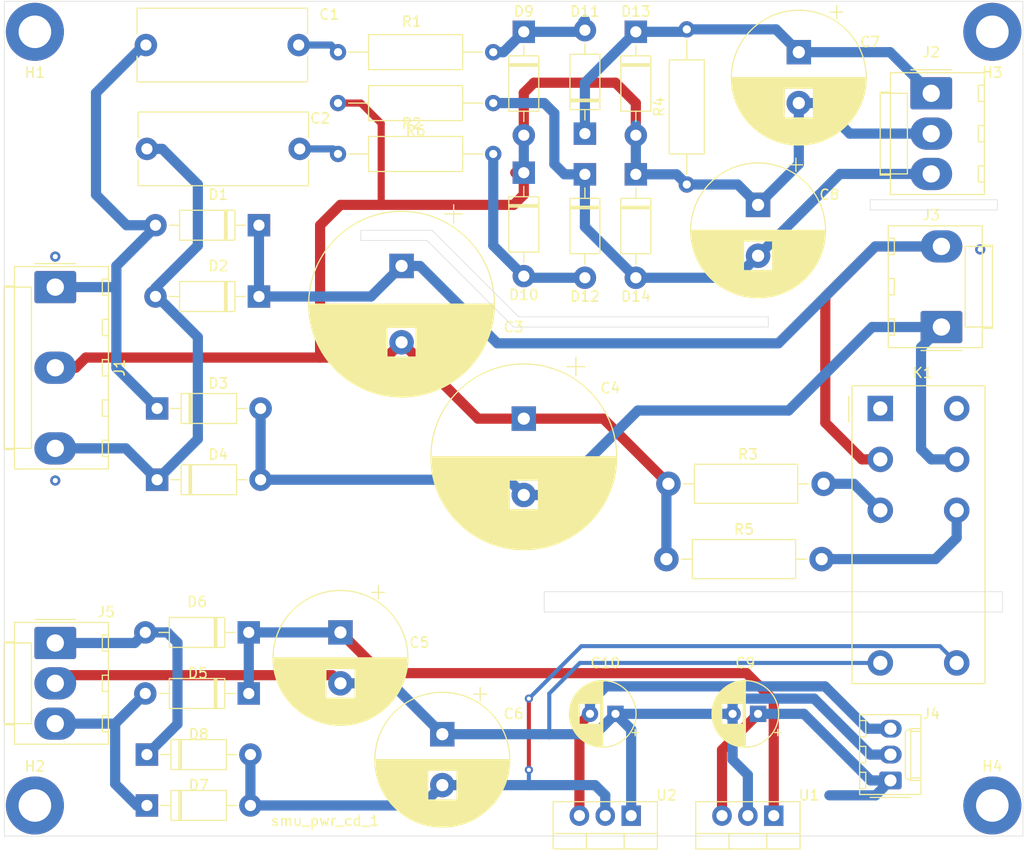
<source format=kicad_pcb>
(kicad_pcb (version 20171130) (host pcbnew 5.1.10-88a1d61d58~88~ubuntu18.04.1)
  (layers (0 F.Cu signal) (31 B.Cu signal) (34 B.Paste user hide) (35 F.Paste user hide) (36 B.SilkS user hide) (37 F.SilkS user) (38 B.Mask user hide) (39 F.Mask user hide) (44 Edge.Cuts user))
  (net 0 "")
  (net 1 "Net-(C1-Pad2)")
  (net 2 "Net-(C1-Pad1)")
  (net 3 "Net-(C2-Pad2)")
  (net 4 "Net-(C2-Pad1)")
  (net 5 /HVG)
  (net 6 /HV+)
  (net 7 /HV-)
  (net 8 /GND)
  (net 9 /+15V)
  (net 10 /-15V)
  (net 11 /15VO+)
  (net 12 /15VO-)
  (net 13 "Net-(D5-Pad2)")
  (net 14 "Net-(D6-Pad2)")
  (net 15 "Net-(D11-Pad2)")
  (net 16 "Net-(D10-Pad2)")
  (net 17 "Net-(J3-Pad2)")
  (net 18 "Net-(J1-Pad4)")
  (net 19 "Net-(J1-Pad2)")
  (net 20 "Net-(C5-Pad1)")
  (net 21 "Net-(C6-Pad2)")
  (net 22 "Net-(K1-Pad8)")
  (net 23 "Net-(K1-Pad1)")
  (net 24 "Net-(K1-Pad6)")
  (net 25 "Net-(K1-Pad3)")
  (module Resistor_THT:R_Axial_DIN0309_L9.0mm_D3.2mm_P15.24mm_Horizontal (layer F.Cu) (at 67 18 90)
    (fp_text reference R4 (at 7.62 -2.72 90) (layer F.SilkS))
    (fp_text value 10k)
    (pad 2 thru_hole oval (at 15.24 0 90) (size 1.6 1.6) (drill 0.8) (layers *.Cu *.Mask) (net 11 /15VO+))
    (pad 1 thru_hole circle (at 0 0 90) (size 1.6 1.6) (drill 0.8) (layers *.Cu *.Mask) (net 5 /HVG))
  )
  (module Resistor_THT:R_Axial_DIN0309_L9.0mm_D3.2mm_P15.24mm_Horizontal (layer F.Cu) (at 48 10 180)
    (fp_text reference R6 (at 7.62 -2.72) (layer F.SilkS))
    (fp_text value 10k)
    (pad 2 thru_hole oval (at 15.24 0 180) (size 1.6 1.6) (drill 0.8) (layers *.Cu *.Mask) (net 5 /HVG))
    (pad 1 thru_hole circle (at 0 0 180) (size 1.6 1.6) (drill 0.8) (layers *.Cu *.Mask) (net 12 /15VO-))
  )
  (module Resistor_THT:R_Axial_DIN0411_L9.9mm_D3.6mm_P15.24mm_Horizontal (layer F.Cu) (at 65.2 47.4)
    (fp_text reference R3 (at 7.8 -2.9 180) (layer F.SilkS))
    (fp_text value 22k)
    (pad 2 thru_hole oval (at 15.24 0) (size 2.4 2.4) (drill 1.2) (layers *.Cu *.Mask) (net 25 "Net-(K1-Pad3)"))
    (pad 1 thru_hole circle (at 0 0) (size 2.4 2.4) (drill 1.2) (layers *.Cu *.Mask) (net 5 /HVG))
  )
  (module Resistor_THT:R_Axial_DIN0411_L9.9mm_D3.6mm_P15.24mm_Horizontal (layer F.Cu) (at 65 54.8)
    (fp_text reference R5 (at 7.62 -2.92) (layer F.SilkS))
    (fp_text value 22k)
    (pad 2 thru_hole oval (at 15.24 0) (size 2.4 2.4) (drill 1.2) (layers *.Cu *.Mask) (net 24 "Net-(K1-Pad6)"))
    (pad 1 thru_hole circle (at 0 0) (size 2.4 2.4) (drill 1.2) (layers *.Cu *.Mask) (net 5 /HVG))
  )
  (module Capacitor_THT:CP_Radial_D18.0mm_P7.50mm (layer F.Cu) (at 51 41 270)
    (fp_text reference C4 (at -3 -8.5 180) (layer F.SilkS))
    (fp_text value 390u)
    (pad 2 thru_hole circle (at 7.5 0 270) (size 2.4 2.4) (drill 1.2) (layers *.Cu *.Mask) (net 7 /HV-))
    (pad 1 thru_hole rect (at 0 0 270) (size 2.4 2.4) (drill 1.2) (layers *.Cu *.Mask) (net 5 /HVG))
  )
  (module Capacitor_THT:CP_Radial_D18.0mm_P7.50mm (layer F.Cu) (at 39 26 270)
    (fp_text reference C3 (at 6 -11 180) (layer F.SilkS))
    (fp_text value 390u)
    (pad 2 thru_hole circle (at 7.5 0 270) (size 2.4 2.4) (drill 1.2) (layers *.Cu *.Mask) (net 5 /HVG))
    (pad 1 thru_hole rect (at 0 0 270) (size 2.4 2.4) (drill 1.2) (layers *.Cu *.Mask) (net 6 /HV+))
  )
  (module Connector_Molex:Molex_KK-396_A-41791-0003_1x03_P3.96mm_Vertical (layer F.Cu) (at 91 9.04 270)
    (fp_text reference J2 (at -4.04 0 180) (layer F.SilkS))
    (fp_text value Conn_01x03_Male)
    (pad 3 thru_hole oval (at 7.92 0 270) (size 3.16 4.1) (drill 1.7) (layers *.Cu *.Mask) (net 12 /15VO-))
    (pad 2 thru_hole oval (at 3.96 0 270) (size 3.16 4.1) (drill 1.7) (layers *.Cu *.Mask) (net 5 /HVG))
    (pad 1 thru_hole roundrect (at 0 0 270) (size 3.16 4.1) (drill 1.7) (layers *.Cu *.Mask) (roundrect_rratio 0.07911392405063292) (net 11 /15VO+))
  )
  (module Connector_Molex:Molex_KK-396_A-41791-0005_1x05_P3.96mm_Vertical (layer F.Cu) (at 5 28.08 270)
    (fp_text reference J1 (at 7.92 -6.31 270) (layer F.SilkS))
    (fp_text value Conn_01x05_Male)
    (pad 5 thru_hole oval (at 15.84 0 270) (size 3.16 4.1) (drill 1.7) (layers *.Cu *.Mask) (net 3 "Net-(C2-Pad2)"))
    (pad 4 thru_hole circle (at 19 0 270) (size 1 1) (drill 0.5) (layers *.Cu *.Mask) (net 18 "Net-(J1-Pad4)"))
    (pad 3 thru_hole oval (at 7.92 0 270) (size 3.16 4.1) (drill 1.7) (layers *.Cu *.Mask) (net 5 /HVG))
    (pad 2 thru_hole circle (at -3 0 270) (size 1 1) (drill 0.5) (layers *.Cu *.Mask) (net 19 "Net-(J1-Pad2)"))
    (pad 1 thru_hole roundrect (at 0 0 270) (size 3.16 4.1) (drill 1.7) (layers *.Cu *.Mask) (roundrect_rratio 0.07911392405063292) (net 1 "Net-(C1-Pad2)"))
  )
  (module Relay_THT:Relay_DPDT_Fujitsu_FTR-F1C (layer F.Cu) (at 86 40)
    (fp_text reference K1 (at 4.15 -3.5) (layer F.SilkS))
    (fp_text value Fujitsu_FTR-F1C)
    (pad 6 thru_hole circle (at 7.5 10 270) (size 2.5 2.5) (drill 1.4) (layers *.Cu *.Mask) (net 24 "Net-(K1-Pad6)"))
    (pad 3 thru_hole circle (at 0 10 270) (size 2.5 2.5) (drill 1.4) (layers *.Cu *.Mask) (net 25 "Net-(K1-Pad3)"))
    (pad 8 thru_hole circle (at 7.5 0 270) (size 2.5 2.5) (drill 1.4) (layers *.Cu *.Mask) (net 22 "Net-(K1-Pad8)"))
    (pad 7 thru_hole circle (at 7.5 5 270) (size 2.5 2.5) (drill 1.4) (layers *.Cu *.Mask) (net 7 /HV-))
    (pad 5 thru_hole circle (at 7.5 25 270) (size 2.5 2.5) (drill 1.4) (layers *.Cu *.Mask) (net 21 "Net-(C6-Pad2)"))
    (pad 4 thru_hole circle (at 0 25 270) (size 2.5 2.5) (drill 1.4) (layers *.Cu *.Mask) (net 8 /GND))
    (pad 2 thru_hole circle (at 0 5 270) (size 2.5 2.5) (drill 1.4) (layers *.Cu *.Mask) (net 6 /HV+))
    (pad 1 thru_hole rect (at 0 0 270) (size 2.5 2.5) (drill 1.4) (layers *.Cu *.Mask) (net 23 "Net-(K1-Pad1)"))
  )
  (module Package_TO_SOT_THT:TO-220-3_Vertical (layer F.Cu) (at 61.54 80 180)
    (fp_text reference U2 (at -3.46 2) (layer F.SilkS))
    (fp_text value L7915)
    (pad 3 thru_hole oval (at 5.08 0 180) (size 1.905 2) (drill 1.1) (layers *.Cu *.Mask) (net 10 /-15V))
    (pad 2 thru_hole oval (at 2.54 0 180) (size 1.905 2) (drill 1.1) (layers *.Cu *.Mask) (net 21 "Net-(C6-Pad2)"))
    (pad 1 thru_hole rect (at 0 0 180) (size 1.905 2) (drill 1.1) (layers *.Cu *.Mask) (net 8 /GND))
  )
  (module Package_TO_SOT_THT:TO-220-3_Vertical (layer F.Cu) (at 75.54 80 180)
    (fp_text reference U1 (at -3.46 2) (layer F.SilkS))
    (fp_text value L7815)
    (pad 3 thru_hole oval (at 5.08 0 180) (size 1.905 2) (drill 1.1) (layers *.Cu *.Mask) (net 9 /+15V))
    (pad 2 thru_hole oval (at 2.54 0 180) (size 1.905 2) (drill 1.1) (layers *.Cu *.Mask) (net 8 /GND))
    (pad 1 thru_hole rect (at 0 0 180) (size 1.905 2) (drill 1.1) (layers *.Cu *.Mask) (net 20 "Net-(C5-Pad1)"))
  )
  (module Capacitor_THT:CP_Radial_D6.3mm_P2.50mm (layer F.Cu) (at 60 70 180)
    (fp_text reference C10 (at 1 5) (layer F.SilkS))
    (fp_text value 22u)
    (pad 2 thru_hole circle (at 2.5 0 180) (size 1.6 1.6) (drill 0.8) (layers *.Cu *.Mask) (net 10 /-15V))
    (pad 1 thru_hole rect (at 0 0 180) (size 1.6 1.6) (drill 0.8) (layers *.Cu *.Mask) (net 8 /GND))
  )
  (module Capacitor_THT:CP_Radial_D6.3mm_P2.50mm (layer F.Cu) (at 74 70 180)
    (fp_text reference C9 (at 1.25 5) (layer F.SilkS))
    (fp_text value 22u)
    (pad 2 thru_hole circle (at 2.5 0 180) (size 1.6 1.6) (drill 0.8) (layers *.Cu *.Mask) (net 8 /GND))
    (pad 1 thru_hole rect (at 0 0 180) (size 1.6 1.6) (drill 0.8) (layers *.Cu *.Mask) (net 9 /+15V))
  )
  (module Connector_Molex:Molex_KK-396_A-41791-0003_1x03_P3.96mm_Vertical (layer F.Cu) (at 5 63.04 270)
    (fp_text reference J5 (at -3.04 -5 180) (layer F.SilkS))
    (fp_text value Conn_01x03_Male)
    (pad 3 thru_hole oval (at 7.92 0 270) (size 3.16 4.1) (drill 1.7) (layers *.Cu *.Mask) (net 13 "Net-(D5-Pad2)"))
    (pad 2 thru_hole oval (at 3.96 0 270) (size 3.16 4.1) (drill 1.7) (layers *.Cu *.Mask) (net 8 /GND))
    (pad 1 thru_hole roundrect (at 0 0 270) (size 3.16 4.1) (drill 1.7) (layers *.Cu *.Mask) (roundrect_rratio 0.07911392405063292) (net 14 "Net-(D6-Pad2)"))
  )
  (module MountingHole:MountingHole_3.2mm_M3_ISO7380_Pad (layer F.Cu) (at 97 79)
    (fp_text reference H4 (at 0 -3.85) (layer F.SilkS))
    (fp_text value MountingHole)
    (pad 1 thru_hole circle (at 0 0) (size 5.7 5.7) (drill 3.2) (layers *.Cu *.Mask))
  )
  (module MountingHole:MountingHole_3.2mm_M3_ISO7380_Pad (layer F.Cu) (at 97 3)
    (fp_text reference H3 (at 0 4) (layer F.SilkS))
    (fp_text value MountingHole)
    (pad 1 thru_hole circle (at 0 0) (size 5.7 5.7) (drill 3.2) (layers *.Cu *.Mask))
  )
  (module MountingHole:MountingHole_3.2mm_M3_ISO7380_Pad (layer F.Cu) (at 3 79)
    (fp_text reference H2 (at 0 -3.85) (layer F.SilkS))
    (fp_text value MountingHole)
    (pad 1 thru_hole circle (at 0 0) (size 5.7 5.7) (drill 3.2) (layers *.Cu *.Mask))
  )
  (module MountingHole:MountingHole_3.2mm_M3_ISO7380_Pad (layer F.Cu) (at 3 3)
    (fp_text reference H1 (at 0 4) (layer F.SilkS))
    (fp_text value MountingHole)
    (pad 1 thru_hole circle (at 0 0) (size 5.7 5.7) (drill 3.2) (layers *.Cu *.Mask))
  )
  (module Diode_THT:D_DO-41_SOD81_P10.16mm_Horizontal (layer F.Cu) (at 57 17 270)
    (fp_text reference D12 (at 12 0 180) (layer F.SilkS))
    (fp_text value 1N4007)
    (pad 2 thru_hole oval (at 10.16 0 270) (size 2.2 2.2) (drill 1.1) (layers *.Cu *.Mask) (net 16 "Net-(D10-Pad2)"))
    (pad 1 thru_hole rect (at 0 0 270) (size 2.2 2.2) (drill 1.1) (layers *.Cu *.Mask) (net 12 /15VO-))
  )
  (module Diode_THT:D_DO-41_SOD81_P10.16mm_Horizontal (layer F.Cu) (at 57 13 90)
    (fp_text reference D11 (at 12 0 180) (layer F.SilkS))
    (fp_text value 1N4007)
    (pad 2 thru_hole oval (at 10.16 0 90) (size 2.2 2.2) (drill 1.1) (layers *.Cu *.Mask) (net 15 "Net-(D11-Pad2)"))
    (pad 1 thru_hole rect (at 0 0 90) (size 2.2 2.2) (drill 1.1) (layers *.Cu *.Mask) (net 11 /15VO+))
  )
  (module Diode_THT:D_DO-41_SOD81_P10.16mm_Horizontal (layer F.Cu) (at 51 16.84 270)
    (fp_text reference D10 (at 12 0 180) (layer F.SilkS))
    (fp_text value 1N4007)
    (pad 2 thru_hole oval (at 10.16 0 270) (size 2.2 2.2) (drill 1.1) (layers *.Cu *.Mask) (net 16 "Net-(D10-Pad2)"))
    (pad 1 thru_hole rect (at 0 0 270) (size 2.2 2.2) (drill 1.1) (layers *.Cu *.Mask) (net 5 /HVG))
  )
  (module Diode_THT:D_DO-41_SOD81_P10.16mm_Horizontal (layer F.Cu) (at 51 3 270)
    (fp_text reference D9 (at -2 0 180) (layer F.SilkS))
    (fp_text value 1N4007)
    (pad 2 thru_hole oval (at 10.16 0 270) (size 2.2 2.2) (drill 1.1) (layers *.Cu *.Mask) (net 5 /HVG))
    (pad 1 thru_hole rect (at 0 0 270) (size 2.2 2.2) (drill 1.1) (layers *.Cu *.Mask) (net 15 "Net-(D11-Pad2)"))
  )
  (module Diode_THT:D_DO-41_SOD81_P10.16mm_Horizontal (layer F.Cu) (at 14 74)
    (fp_text reference D8 (at 5.08 -2) (layer F.SilkS))
    (fp_text value 1N4007)
    (pad 2 thru_hole oval (at 10.16 0) (size 2.2 2.2) (drill 1.1) (layers *.Cu *.Mask) (net 21 "Net-(C6-Pad2)"))
    (pad 1 thru_hole rect (at 0 0) (size 2.2 2.2) (drill 1.1) (layers *.Cu *.Mask) (net 14 "Net-(D6-Pad2)"))
  )
  (module Diode_THT:D_DO-41_SOD81_P10.16mm_Horizontal (layer F.Cu) (at 14 79)
    (fp_text reference D7 (at 5.08 -2) (layer F.SilkS))
    (fp_text value 1N4007)
    (pad 2 thru_hole oval (at 10.16 0) (size 2.2 2.2) (drill 1.1) (layers *.Cu *.Mask) (net 21 "Net-(C6-Pad2)"))
    (pad 1 thru_hole rect (at 0 0) (size 2.2 2.2) (drill 1.1) (layers *.Cu *.Mask) (net 13 "Net-(D5-Pad2)"))
  )
  (module Diode_THT:D_DO-41_SOD81_P10.16mm_Horizontal (layer F.Cu) (at 24 62 180)
    (fp_text reference D6 (at 5.08 3) (layer F.SilkS))
    (fp_text value 1N4007)
    (pad 2 thru_hole oval (at 10.16 0 180) (size 2.2 2.2) (drill 1.1) (layers *.Cu *.Mask) (net 14 "Net-(D6-Pad2)"))
    (pad 1 thru_hole rect (at 0 0 180) (size 2.2 2.2) (drill 1.1) (layers *.Cu *.Mask) (net 20 "Net-(C5-Pad1)"))
  )
  (module Diode_THT:D_DO-41_SOD81_P10.16mm_Horizontal (layer F.Cu) (at 24 68 180)
    (fp_text reference D5 (at 5 2) (layer F.SilkS))
    (fp_text value 1N4007)
    (pad 2 thru_hole oval (at 10.16 0 180) (size 2.2 2.2) (drill 1.1) (layers *.Cu *.Mask) (net 13 "Net-(D5-Pad2)"))
    (pad 1 thru_hole rect (at 0 0 180) (size 2.2 2.2) (drill 1.1) (layers *.Cu *.Mask) (net 20 "Net-(C5-Pad1)"))
  )
  (module Diode_THT:D_DO-41_SOD81_P10.16mm_Horizontal (layer F.Cu) (at 15 47)
    (fp_text reference D4 (at 6 -2.47) (layer F.SilkS))
    (fp_text value 1N4007)
    (pad 2 thru_hole oval (at 10.16 0) (size 2.2 2.2) (drill 1.1) (layers *.Cu *.Mask) (net 7 /HV-))
    (pad 1 thru_hole rect (at 0 0) (size 2.2 2.2) (drill 1.1) (layers *.Cu *.Mask) (net 3 "Net-(C2-Pad2)"))
  )
  (module Diode_THT:D_DO-41_SOD81_P10.16mm_Horizontal (layer F.Cu) (at 15 40)
    (fp_text reference D3 (at 6 -2.47 180) (layer F.SilkS))
    (fp_text value 1N4007)
    (pad 2 thru_hole oval (at 10.16 0) (size 2.2 2.2) (drill 1.1) (layers *.Cu *.Mask) (net 7 /HV-))
    (pad 1 thru_hole rect (at 0 0) (size 2.2 2.2) (drill 1.1) (layers *.Cu *.Mask) (net 1 "Net-(C1-Pad2)"))
  )
  (module Diode_THT:D_DO-41_SOD81_P10.16mm_Horizontal (layer F.Cu) (at 25 29 180)
    (fp_text reference D2 (at 4 3) (layer F.SilkS))
    (fp_text value 1N4007)
    (pad 2 thru_hole oval (at 10.16 0 180) (size 2.2 2.2) (drill 1.1) (layers *.Cu *.Mask) (net 3 "Net-(C2-Pad2)"))
    (pad 1 thru_hole rect (at 0 0 180) (size 2.2 2.2) (drill 1.1) (layers *.Cu *.Mask) (net 6 /HV+))
  )
  (module Diode_THT:D_DO-41_SOD81_P10.16mm_Horizontal (layer F.Cu) (at 25 22 180)
    (fp_text reference D1 (at 4 3) (layer F.SilkS))
    (fp_text value 1N4007)
    (pad 2 thru_hole oval (at 10.16 0 180) (size 2.2 2.2) (drill 1.1) (layers *.Cu *.Mask) (net 1 "Net-(C1-Pad2)"))
    (pad 1 thru_hole rect (at 0 0 180) (size 2.2 2.2) (drill 1.1) (layers *.Cu *.Mask) (net 6 /HV+))
  )
  (module Connector_Molex:Molex_KK-396_A-41791-0003_1x03_P3.96mm_Vertical (layer F.Cu) (at 92 32 90)
    (fp_text reference J3 (at 11 -1 180) (layer F.SilkS))
    (fp_text value Conn_01x03_Male)
    (pad 3 thru_hole oval (at 7.92 0 90) (size 3.16 4.1) (drill 1.7) (layers *.Cu *.Mask) (net 6 /HV+))
    (pad 2 thru_hole circle (at 7.62 3.81 90) (size 1 1) (drill 0.5) (layers *.Cu *.Mask) (net 17 "Net-(J3-Pad2)"))
    (pad 1 thru_hole roundrect (at 0 0 90) (size 3.16 4.1) (drill 1.7) (layers *.Cu *.Mask) (roundrect_rratio 0.07911392405063292) (net 7 /HV-))
  )
  (module Connector_Molex:Molex_KK-254_AE-6410-03A_1x03_P2.54mm_Vertical (layer F.Cu) (at 87 76.54 90)
    (fp_text reference J4 (at 6.54 4 180) (layer F.SilkS))
    (fp_text value Conn_01x03_Male)
    (pad 3 thru_hole oval (at 5.08 0 90) (size 1.74 2.19) (drill 1.19) (layers *.Cu *.Mask) (net 10 /-15V))
    (pad 2 thru_hole oval (at 2.54 0 90) (size 1.74 2.19) (drill 1.19) (layers *.Cu *.Mask) (net 8 /GND))
    (pad 1 thru_hole roundrect (at 0 0 90) (size 1.74 2.19) (drill 1.19) (layers *.Cu *.Mask) (roundrect_rratio 0.1436775862068966) (net 9 /+15V))
  )
  (module Resistor_THT:R_Axial_DIN0309_L9.0mm_D3.2mm_P15.24mm_Horizontal (layer F.Cu) (at 48 15 180)
    (fp_text reference R2 (at 8 3) (layer F.SilkS))
    (fp_text value 33R)
    (pad 2 thru_hole oval (at 15.24 0 180) (size 1.6 1.6) (drill 0.8) (layers *.Cu *.Mask) (net 4 "Net-(C2-Pad1)"))
    (pad 1 thru_hole circle (at 0 0 180) (size 1.6 1.6) (drill 0.8) (layers *.Cu *.Mask) (net 16 "Net-(D10-Pad2)"))
  )
  (module Resistor_THT:R_Axial_DIN0309_L9.0mm_D3.2mm_P15.24mm_Horizontal (layer F.Cu) (at 48 5 180)
    (fp_text reference R1 (at 8 3) (layer F.SilkS))
    (fp_text value 33R)
    (pad 2 thru_hole oval (at 15.24 0 180) (size 1.6 1.6) (drill 0.8) (layers *.Cu *.Mask) (net 2 "Net-(C1-Pad1)"))
    (pad 1 thru_hole circle (at 0 0 180) (size 1.6 1.6) (drill 0.8) (layers *.Cu *.Mask) (net 15 "Net-(D11-Pad2)"))
  )
  (module Diode_THT:D_DO-41_SOD81_P10.16mm_Horizontal (layer F.Cu) (at 62 17 270)
    (fp_text reference D14 (at 12 0 180) (layer F.SilkS))
    (fp_text value 15V)
    (pad 2 thru_hole oval (at 10.16 0 270) (size 2.2 2.2) (drill 1.1) (layers *.Cu *.Mask) (net 12 /15VO-))
    (pad 1 thru_hole rect (at 0 0 270) (size 2.2 2.2) (drill 1.1) (layers *.Cu *.Mask) (net 5 /HVG))
  )
  (module Diode_THT:D_DO-41_SOD81_P10.16mm_Horizontal (layer F.Cu) (at 62 3 270)
    (fp_text reference D13 (at -2 0 180) (layer F.SilkS))
    (fp_text value 15V)
    (pad 2 thru_hole oval (at 10.16 0 270) (size 2.2 2.2) (drill 1.1) (layers *.Cu *.Mask) (net 5 /HVG))
    (pad 1 thru_hole rect (at 0 0 270) (size 2.2 2.2) (drill 1.1) (layers *.Cu *.Mask) (net 11 /15VO+))
  )
  (module Capacitor_THT:CP_Radial_D13.0mm_P5.00mm (layer F.Cu) (at 74 20 270)
    (fp_text reference C8 (at -1 -7 180) (layer F.SilkS))
    (fp_text value 470u)
    (pad 2 thru_hole circle (at 5 0 270) (size 2.4 2.4) (drill 1.2) (layers *.Cu *.Mask) (net 12 /15VO-))
    (pad 1 thru_hole rect (at 0 0 270) (size 2.4 2.4) (drill 1.2) (layers *.Cu *.Mask) (net 5 /HVG))
  )
  (module Capacitor_THT:CP_Radial_D13.0mm_P5.00mm (layer F.Cu) (at 78 5 270)
    (fp_text reference C7 (at -1 -7 180) (layer F.SilkS))
    (fp_text value 470u)
    (pad 2 thru_hole circle (at 5 0 270) (size 2.4 2.4) (drill 1.2) (layers *.Cu *.Mask) (net 5 /HVG))
    (pad 1 thru_hole rect (at 0 0 270) (size 2.4 2.4) (drill 1.2) (layers *.Cu *.Mask) (net 11 /15VO+))
  )
  (module Capacitor_THT:CP_Radial_D13.0mm_P5.00mm (layer F.Cu) (at 43 72 270)
    (fp_text reference C6 (at -2 -7 180) (layer F.SilkS))
    (fp_text value 470u)
    (pad 2 thru_hole circle (at 5 0 270) (size 2.4 2.4) (drill 1.2) (layers *.Cu *.Mask) (net 21 "Net-(C6-Pad2)"))
    (pad 1 thru_hole rect (at 0 0 270) (size 2.4 2.4) (drill 1.2) (layers *.Cu *.Mask) (net 8 /GND))
  )
  (module Capacitor_THT:CP_Radial_D13.0mm_P5.00mm (layer F.Cu) (at 33 62 270)
    (fp_text reference C5 (at 1 -7.75 180) (layer F.SilkS))
    (fp_text value 470u)
    (pad 2 thru_hole circle (at 5 0 270) (size 2.4 2.4) (drill 1.2) (layers *.Cu *.Mask) (net 8 /GND))
    (pad 1 thru_hole rect (at 0 0 270) (size 2.4 2.4) (drill 1.2) (layers *.Cu *.Mask) (net 20 "Net-(C5-Pad1)"))
  )
  (module Capacitor_THT:C_Rect_L16.5mm_W7.0mm_P15.00mm_MKT (layer F.Cu) (at 29 14.5 180)
    (fp_text reference C2 (at -2 3) (layer F.SilkS))
    (fp_text value 1u)
    (pad 2 thru_hole circle (at 15 0 180) (size 2.2 2.2) (drill 1.1) (layers *.Cu *.Mask) (net 3 "Net-(C2-Pad2)"))
    (pad 1 thru_hole circle (at 0 0 180) (size 2.2 2.2) (drill 1.1) (layers *.Cu *.Mask) (net 4 "Net-(C2-Pad1)"))
  )
  (module Capacitor_THT:C_Rect_L16.5mm_W7.0mm_P15.00mm_MKT (layer F.Cu) (at 28.9 4.3 180)
    (fp_text reference C1 (at -3 3) (layer F.SilkS))
    (fp_text value 1u)
    (pad 2 thru_hole circle (at 15 0 180) (size 2.2 2.2) (drill 1.1) (layers *.Cu *.Mask) (net 1 "Net-(C1-Pad2)"))
    (pad 1 thru_hole circle (at 0 0 180) (size 2.2 2.2) (drill 1.1) (layers *.Cu *.Mask) (net 2 "Net-(C1-Pad1)"))
  )
  (gr_line (start 97.5 19.5) (end 85 19.5) (layer Edge.Cuts) (width 0.05))
  (gr_line (start 97.5 20.5) (end 97.5 19.5) (layer Edge.Cuts) (width 0.05))
  (gr_line (start 85 20.5) (end 97.5 20.5) (layer Edge.Cuts) (width 0.05))
  (gr_line (start 85 19.5) (end 85 20.5) (layer Edge.Cuts) (width 0.05))
  (gr_line (start 35 22.5) (end 35 23.5) (layer Edge.Cuts) (width 0.05))
  (gr_line (start 42 22.5) (end 35 22.5) (layer Edge.Cuts) (width 0.05))
  (gr_line (start 50.5 31) (end 42 22.5) (layer Edge.Cuts) (width 0.05))
  (gr_line (start 75 31) (end 50.5 31) (layer Edge.Cuts) (width 0.05))
  (gr_line (start 75 32) (end 75 31) (layer Edge.Cuts) (width 0.05))
  (gr_line (start 50 32) (end 75 32) (layer Edge.Cuts) (width 0.05))
  (gr_line (start 41.5 23.5) (end 50 32) (layer Edge.Cuts) (width 0.05))
  (gr_line (start 35 23.5) (end 41.5 23.5) (layer Edge.Cuts) (width 0.05))
  (gr_text smu_pwr_cd_1 (at 31.5 80.5) (layer F.SilkS) (effects (font (size 1 1))))
  (gr_line (start 98 58) (end 98 60) (layer Edge.Cuts) (width 0.05))
  (gr_line (start 53 58) (end 98 58) (layer Edge.Cuts) (width 0.05))
  (gr_line (start 53 60) (end 53 58) (layer Edge.Cuts) (width 0.05))
  (gr_line (start 98 60) (end 53 60) (layer Edge.Cuts) (width 0.05))
  (gr_line (start 0 0) (end 0 82) (layer Edge.Cuts) (width 0.05))
  (gr_line (start 100 0) (end 0 0) (layer Edge.Cuts) (width 0.05))
  (gr_line (start 100 82) (end 100 0) (layer Edge.Cuts) (width 0.05))
  (gr_line (start 0 82) (end 100 82) (layer Edge.Cuts) (width 0.05))
  (segment (start 10.92 28.08) (end 11 28) (width 1) (layer B.Cu) (net 1))
  (segment (start 5 28.08) (end 10.92 28.08) (width 1) (layer B.Cu) (net 1))
  (segment (start 14.84 22.16) (end 14.84 22) (width 1) (layer B.Cu) (net 1))
  (segment (start 11 28) (end 11 26) (width 1) (layer B.Cu) (net 1))
  (segment (start 11 26) (end 14.84 22.16) (width 1) (layer B.Cu) (net 1))
  (segment (start 11 36) (end 11 28) (width 1) (layer B.Cu) (net 1))
  (segment (start 15 40) (end 11 36) (width 1) (layer B.Cu) (net 1))
  (segment (start 11 7) (end 14 4) (width 1) (layer B.Cu) (net 1))
  (segment (start 14.84 22) (end 12 22) (width 1) (layer B.Cu) (net 1))
  (segment (start 9 19) (end 9 9) (width 1) (layer B.Cu) (net 1))
  (segment (start 12 22) (end 9 19) (width 1) (layer B.Cu) (net 1))
  (segment (start 9 9) (end 11 7) (width 1) (layer B.Cu) (net 1))
  (segment (start 32.06 4.3) (end 32.76 5) (width 0.7) (layer B.Cu) (net 2))
  (segment (start 28.9 4.3) (end 32.06 4.3) (width 0.7) (layer B.Cu) (net 2))
  (segment (start 11.92 43.92) (end 15 47) (width 1) (layer B.Cu) (net 3))
  (segment (start 5 43.92) (end 11.92 43.92) (width 1) (layer B.Cu) (net 3))
  (segment (start 14.84 29) (end 15 29) (width 1) (layer B.Cu) (net 3))
  (segment (start 19 43) (end 15 47) (width 1) (layer B.Cu) (net 3))
  (segment (start 19 33) (end 19 43) (width 1) (layer B.Cu) (net 3))
  (segment (start 15 29) (end 19 33) (width 1) (layer B.Cu) (net 3))
  (segment (start 15.5 14.5) (end 14 14.5) (width 1) (layer B.Cu) (net 3))
  (segment (start 14.84 29) (end 14.84 28.16) (width 1) (layer B.Cu) (net 3))
  (segment (start 19 24) (end 19 18) (width 1) (layer B.Cu) (net 3))
  (segment (start 14.84 28.16) (end 19 24) (width 1) (layer B.Cu) (net 3))
  (segment (start 19 18) (end 15.5 14.5) (width 1) (layer B.Cu) (net 3))
  (segment (start 32.26 14.5) (end 32.76 15) (width 0.7) (layer B.Cu) (net 4))
  (segment (start 29 14.5) (end 32.26 14.5) (width 0.7) (layer B.Cu) (net 4))
  (segment (start 62 12.16) (end 62 17) (width 1) (layer B.Cu) (net 5))
  (segment (start 51 9) (end 51 12.16) (width 1) (layer F.Cu) (net 5))
  (segment (start 60 8) (end 52 8) (width 1) (layer F.Cu) (net 5))
  (segment (start 62 13.16) (end 62 10) (width 1) (layer F.Cu) (net 5))
  (segment (start 52 8) (end 51 9) (width 1) (layer F.Cu) (net 5))
  (segment (start 62 10) (end 60 8) (width 1) (layer F.Cu) (net 5))
  (segment (start 51 17) (end 51 13.16) (width 1) (layer B.Cu) (net 5))
  (segment (start 5 36) (end 7 36) (width 1) (layer F.Cu) (net 5))
  (segment (start 7 36) (end 8 35) (width 1) (layer F.Cu) (net 5))
  (segment (start 51 16.84) (end 50.16 16.84) (width 1) (layer F.Cu) (net 5))
  (segment (start 31 22) (end 31 35) (width 1) (layer F.Cu) (net 5))
  (segment (start 8 35) (end 31 35) (width 1) (layer F.Cu) (net 5))
  (segment (start 33 20) (end 31 22) (width 1) (layer F.Cu) (net 5))
  (segment (start 37.5 35) (end 39 33.5) (width 1) (layer F.Cu) (net 5))
  (segment (start 31 35) (end 37.5 35) (width 1) (layer F.Cu) (net 5))
  (segment (start 46.5 41) (end 39 33.5) (width 1) (layer F.Cu) (net 5))
  (segment (start 51 41) (end 46.5 41) (width 1) (layer F.Cu) (net 5))
  (segment (start 65 47.6) (end 65.2 47.4) (width 1) (layer B.Cu) (net 5))
  (segment (start 65 54.8) (end 65 47.6) (width 1) (layer B.Cu) (net 5))
  (segment (start 58.8 41) (end 65.2 47.4) (width 1) (layer F.Cu) (net 5))
  (segment (start 51 41) (end 58.8 41) (width 1) (layer F.Cu) (net 5))
  (segment (start 37 20) (end 37 12) (width 0.7) (layer F.Cu) (net 5))
  (segment (start 50 20) (end 37 20) (width 1) (layer F.Cu) (net 5))
  (segment (start 37 20) (end 33 20) (width 1) (layer F.Cu) (net 5))
  (segment (start 35 10) (end 32.76 10) (width 0.7) (layer F.Cu) (net 5))
  (segment (start 37 12) (end 35 10) (width 0.7) (layer F.Cu) (net 5))
  (segment (start 50 20) (end 51 19) (width 1) (layer F.Cu) (net 5))
  (segment (start 51 19) (end 51 16.84) (width 1) (layer F.Cu) (net 5))
  (segment (start 66 17) (end 67 18) (width 1) (layer B.Cu) (net 5))
  (segment (start 62 17) (end 66 17) (width 1) (layer B.Cu) (net 5))
  (segment (start 91 13) (end 83 13) (width 1) (layer B.Cu) (net 5))
  (segment (start 80 10) (end 78 10) (width 1) (layer B.Cu) (net 5))
  (segment (start 83 13) (end 80 10) (width 1) (layer B.Cu) (net 5))
  (segment (start 72 18) (end 74 20) (width 1) (layer B.Cu) (net 5))
  (segment (start 67 18) (end 72 18) (width 1) (layer B.Cu) (net 5))
  (segment (start 78 16) (end 74 20) (width 1) (layer B.Cu) (net 5))
  (segment (start 78 10) (end 78 16) (width 1) (layer B.Cu) (net 5))
  (segment (start 25 29) (end 25 22) (width 1) (layer B.Cu) (net 6))
  (segment (start 36 29) (end 39 26) (width 1) (layer B.Cu) (net 6))
  (segment (start 25 29) (end 36 29) (width 1) (layer B.Cu) (net 6))
  (segment (start 39 26) (end 40.8 26) (width 1) (layer B.Cu) (net 6))
  (segment (start 40.8 26) (end 48.4 33.6) (width 1) (layer B.Cu) (net 6))
  (segment (start 48.4 33.6) (end 76 33.6) (width 1) (layer B.Cu) (net 6))
  (segment (start 85.52 24.08) (end 92 24.08) (width 1) (layer B.Cu) (net 6))
  (segment (start 76 33.6) (end 85.52 24.08) (width 1) (layer B.Cu) (net 6))
  (segment (start 86 45) (end 84.2 45) (width 1) (layer F.Cu) (net 6))
  (segment (start 84.2 45) (end 80.6 41.4) (width 1) (layer F.Cu) (net 6))
  (segment (start 80.6 41.4) (end 80.6 29) (width 1) (layer F.Cu) (net 6))
  (segment (start 85.52 24.08) (end 92 24.08) (width 1) (layer F.Cu) (net 6))
  (segment (start 80.6 29) (end 85.52 24.08) (width 1) (layer F.Cu) (net 6))
  (segment (start 25.16 40) (end 25.16 47) (width 1) (layer B.Cu) (net 7))
  (segment (start 93.5 45) (end 91 45) (width 1) (layer B.Cu) (net 7))
  (segment (start 91 45) (end 90 44) (width 1) (layer B.Cu) (net 7))
  (segment (start 90 44) (end 90 34) (width 1) (layer B.Cu) (net 7))
  (segment (start 90 34) (end 92 32) (width 1) (layer B.Cu) (net 7))
  (segment (start 49.5 47) (end 51 48.5) (width 1) (layer B.Cu) (net 7))
  (segment (start 25.16 47) (end 49.5 47) (width 1) (layer B.Cu) (net 7))
  (segment (start 85.2 32) (end 92 32) (width 1) (layer B.Cu) (net 7))
  (segment (start 77 40.2) (end 85.2 32) (width 1) (layer B.Cu) (net 7))
  (segment (start 62.2 40.2) (end 77 40.2) (width 1) (layer B.Cu) (net 7))
  (segment (start 51 48.5) (end 53.9 48.5) (width 1) (layer B.Cu) (net 7))
  (segment (start 53.9 48.5) (end 62.2 40.2) (width 1) (layer B.Cu) (net 7))
  (segment (start 38 67) (end 43 72) (width 1) (layer B.Cu) (net 8))
  (segment (start 33 67) (end 38 67) (width 1) (layer B.Cu) (net 8))
  (segment (start 71.5 70) (end 60 70) (width 1) (layer B.Cu) (net 8))
  (segment (start 71.5 74.5) (end 71.5 70) (width 1) (layer B.Cu) (net 8))
  (segment (start 73 80) (end 73 76) (width 1) (layer B.Cu) (net 8))
  (segment (start 73 76) (end 71.5 74.5) (width 1) (layer B.Cu) (net 8))
  (segment (start 5.800001 66.199999) (end 32.199999 66.199999) (width 1) (layer F.Cu) (net 8))
  (segment (start 32.199999 66.199999) (end 33 67) (width 1) (layer F.Cu) (net 8))
  (segment (start 5 67) (end 5.800001 66.199999) (width 1) (layer F.Cu) (net 8))
  (segment (start 58 72) (end 60 70) (width 1) (layer B.Cu) (net 8))
  (segment (start 61.54 71.54) (end 60 70) (width 1) (layer B.Cu) (net 8))
  (segment (start 61.54 80) (end 61.54 71.54) (width 1) (layer B.Cu) (net 8))
  (segment (start 71.5 68.86863) (end 71.5 70) (width 1) (layer B.Cu) (net 8))
  (segment (start 71.868631 68.499999) (end 71.5 68.86863) (width 1) (layer B.Cu) (net 8))
  (segment (start 79.499999 68.499999) (end 71.868631 68.499999) (width 1) (layer B.Cu) (net 8))
  (segment (start 87 74) (end 85 74) (width 1) (layer B.Cu) (net 8))
  (segment (start 85 74) (end 79.499999 68.499999) (width 1) (layer B.Cu) (net 8))
  (segment (start 86 65) (end 56.5 65) (width 0.4) (layer B.Cu) (net 8))
  (segment (start 53.5 68) (end 53.5 72) (width 0.4) (layer B.Cu) (net 8))
  (segment (start 56.5 65) (end 53.5 68) (width 0.4) (layer B.Cu) (net 8))
  (segment (start 53.5 72) (end 58 72) (width 1) (layer B.Cu) (net 8))
  (segment (start 43 72) (end 53.5 72) (width 1) (layer B.Cu) (net 8))
  (segment (start 70.46 73.54) (end 74 70) (width 1) (layer F.Cu) (net 9))
  (segment (start 70.46 80) (end 70.46 73.54) (width 1) (layer F.Cu) (net 9))
  (segment (start 85.54 78) (end 87 76.54) (width 1) (layer B.Cu) (net 9))
  (segment (start 81 78) (end 85.54 78) (width 1) (layer B.Cu) (net 9))
  (segment (start 87 76.54) (end 85.04 76.54) (width 1) (layer B.Cu) (net 9))
  (segment (start 78.5 70) (end 74 70) (width 1) (layer B.Cu) (net 9))
  (segment (start 85.04 76.54) (end 78.5 70) (width 1) (layer B.Cu) (net 9))
  (segment (start 56.46 71.04) (end 57.5 70) (width 1) (layer F.Cu) (net 10))
  (segment (start 56.46 80) (end 56.46 71.04) (width 1) (layer F.Cu) (net 10))
  (segment (start 57.5 68.86863) (end 57.5 70) (width 1) (layer B.Cu) (net 10))
  (segment (start 59.068641 67.299989) (end 57.5 68.86863) (width 1) (layer B.Cu) (net 10))
  (segment (start 80.569989 67.299989) (end 59.068641 67.299989) (width 1) (layer B.Cu) (net 10))
  (segment (start 87 71.46) (end 84.73 71.46) (width 1) (layer B.Cu) (net 10))
  (segment (start 84.73 71.46) (end 80.569989 67.299989) (width 1) (layer B.Cu) (net 10))
  (segment (start 57 12) (end 57 8) (width 1) (layer B.Cu) (net 11))
  (segment (start 57 8) (end 62 3) (width 1) (layer B.Cu) (net 11))
  (segment (start 66.76 3) (end 67 2.76) (width 1) (layer B.Cu) (net 11))
  (segment (start 62 3) (end 66.76 3) (width 1) (layer B.Cu) (net 11))
  (segment (start 75.76 2.76) (end 78 5) (width 1) (layer B.Cu) (net 11))
  (segment (start 67 2.76) (end 75.76 2.76) (width 1) (layer B.Cu) (net 11))
  (segment (start 86.96 5) (end 91 9.04) (width 1) (layer B.Cu) (net 11))
  (segment (start 78 5) (end 86.96 5) (width 1) (layer B.Cu) (net 11))
  (segment (start 57 22.16) (end 62 27.16) (width 1) (layer B.Cu) (net 12))
  (segment (start 57 17) (end 57 22.16) (width 1) (layer B.Cu) (net 12))
  (segment (start 48 10) (end 53 10) (width 1) (layer B.Cu) (net 12))
  (segment (start 53 10) (end 54 11) (width 1) (layer B.Cu) (net 12))
  (segment (start 54 11) (end 54 16) (width 1) (layer B.Cu) (net 12))
  (segment (start 55 17) (end 57 17) (width 1) (layer B.Cu) (net 12))
  (segment (start 54 16) (end 55 17) (width 1) (layer B.Cu) (net 12))
  (segment (start 71.84 27.16) (end 74 25) (width 1) (layer B.Cu) (net 12))
  (segment (start 62 27.16) (end 71.84 27.16) (width 1) (layer B.Cu) (net 12))
  (segment (start 82.04 16.96) (end 91 16.96) (width 1) (layer B.Cu) (net 12))
  (segment (start 74 25) (end 82.04 16.96) (width 1) (layer B.Cu) (net 12))
  (segment (start 10.88 70.96) (end 13.84 68) (width 1) (layer B.Cu) (net 13))
  (segment (start 5 70.96) (end 10.88 70.96) (width 1) (layer B.Cu) (net 13))
  (segment (start 14 79) (end 13 79) (width 1) (layer B.Cu) (net 13))
  (segment (start 10.88 76.88) (end 10.88 70.96) (width 1) (layer B.Cu) (net 13))
  (segment (start 13 79) (end 10.88 76.88) (width 1) (layer B.Cu) (net 13))
  (segment (start 12.8 63.04) (end 13.84 62) (width 1) (layer B.Cu) (net 14))
  (segment (start 5 63.04) (end 12.8 63.04) (width 1) (layer B.Cu) (net 14))
  (segment (start 16 62) (end 13.84 62) (width 1) (layer B.Cu) (net 14))
  (segment (start 17 63) (end 16 62) (width 1) (layer B.Cu) (net 14))
  (segment (start 14 74) (end 17 71) (width 1) (layer B.Cu) (net 14))
  (segment (start 17 71) (end 17 63) (width 1) (layer B.Cu) (net 14))
  (segment (start 56.84 2) (end 57 1.84) (width 1) (layer B.Cu) (net 15))
  (segment (start 51 3) (end 56.84 3) (width 1) (layer B.Cu) (net 15))
  (segment (start 49 5) (end 51 3) (width 1) (layer B.Cu) (net 15))
  (segment (start 48 5) (end 49 5) (width 1) (layer B.Cu) (net 15))
  (segment (start 51 27.16) (end 57 27.16) (width 1) (layer B.Cu) (net 16))
  (segment (start 48 24) (end 51 27) (width 1) (layer B.Cu) (net 16))
  (segment (start 48 15) (end 48 24) (width 1) (layer B.Cu) (net 16))
  (segment (start 24 68) (end 24 62) (width 1) (layer B.Cu) (net 20))
  (segment (start 24 62) (end 33 62) (width 1) (layer B.Cu) (net 20))
  (segment (start 72.860002 66) (end 75.54 68.679998) (width 1) (layer F.Cu) (net 20))
  (segment (start 33 62) (end 37 66) (width 1) (layer F.Cu) (net 20))
  (segment (start 75.54 68.679998) (end 75.54 80) (width 1) (layer F.Cu) (net 20))
  (segment (start 37 66) (end 72.860002 66) (width 1) (layer F.Cu) (net 20))
  (segment (start 41 79) (end 43 77) (width 1) (layer B.Cu) (net 21))
  (segment (start 24.16 79) (end 41 79) (width 1) (layer B.Cu) (net 21))
  (segment (start 59 80) (end 59 78) (width 1) (layer B.Cu) (net 21))
  (segment (start 59 78) (end 58 77) (width 1) (layer B.Cu) (net 21))
  (segment (start 24.16 74) (end 24.16 79) (width 1) (layer B.Cu) (net 21))
  (via (at 51.5 68.5) (size 0.8) (drill 0.4) (layers F.Cu B.Cu) (net 21))
  (segment (start 56.650001 63.349999) (end 51.5 68.5) (width 0.4) (layer B.Cu) (net 21))
  (segment (start 91.849999 63.349999) (end 56.650001 63.349999) (width 0.4) (layer B.Cu) (net 21))
  (segment (start 93.5 65) (end 91.849999 63.349999) (width 0.4) (layer B.Cu) (net 21))
  (via (at 51.5 75.5) (size 0.8) (drill 0.4) (layers F.Cu B.Cu) (net 21))
  (segment (start 51.5 68.5) (end 51.5 75.5) (width 0.4) (layer F.Cu) (net 21))
  (segment (start 51.5 75.5) (end 51.5 77) (width 0.4) (layer B.Cu) (net 21))
  (segment (start 51.5 77) (end 43 77) (width 1) (layer B.Cu) (net 21))
  (segment (start 58 77) (end 51.5 77) (width 1) (layer B.Cu) (net 21))
  (segment (start 80.24 54.8) (end 91.4 54.8) (width 1) (layer B.Cu) (net 24))
  (segment (start 93.5 52.7) (end 93.5 50) (width 1) (layer B.Cu) (net 24))
  (segment (start 91.4 54.8) (end 93.5 52.7) (width 1) (layer B.Cu) (net 24))
  (segment (start 83.4 47.4) (end 86 50) (width 1) (layer B.Cu) (net 25))
  (segment (start 80.44 47.4) (end 83.4 47.4) (width 1) (layer B.Cu) (net 25))
)
</source>
